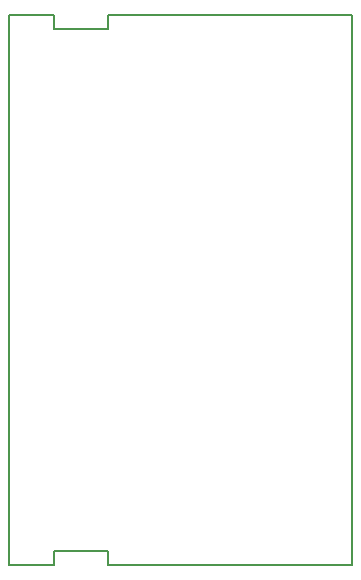
<source format=gbr>
G04 #@! TF.GenerationSoftware,KiCad,Pcbnew,(2017-12-21 revision 23d71cfa9)-makepkg*
G04 #@! TF.CreationDate,2018-08-18T11:58:49-04:00*
G04 #@! TF.ProjectId,OdysseyDaughterCardVertSyncGenerator,4F647973736579446175676874657243,0.2*
G04 #@! TF.SameCoordinates,Original*
G04 #@! TF.FileFunction,Profile,NP*
%FSLAX46Y46*%
G04 Gerber Fmt 4.6, Leading zero omitted, Abs format (unit mm)*
G04 Created by KiCad (PCBNEW (2017-12-21 revision 23d71cfa9)-makepkg) date 08/18/18 11:58:49*
%MOMM*%
%LPD*%
G01*
G04 APERTURE LIST*
%ADD10C,0.150000*%
G04 APERTURE END LIST*
D10*
X151384000Y-77700000D02*
X151384000Y-124300000D01*
X126175000Y-77700000D02*
X122425000Y-77700000D01*
X126175000Y-78900000D02*
X126175000Y-77700000D01*
X130775000Y-78900000D02*
X126175000Y-78900000D01*
X130775000Y-77700000D02*
X130775000Y-78900000D01*
X151384000Y-77700000D02*
X130775000Y-77700000D01*
X130775000Y-124300000D02*
X151384000Y-124300000D01*
X130775000Y-123100000D02*
X130775000Y-124300000D01*
X126175000Y-123100000D02*
X130775000Y-123100000D01*
X126175000Y-124300000D02*
X126175000Y-123100000D01*
X122425000Y-124300000D02*
X126175000Y-124300000D01*
X122425000Y-124300000D02*
X122425000Y-77700000D01*
M02*

</source>
